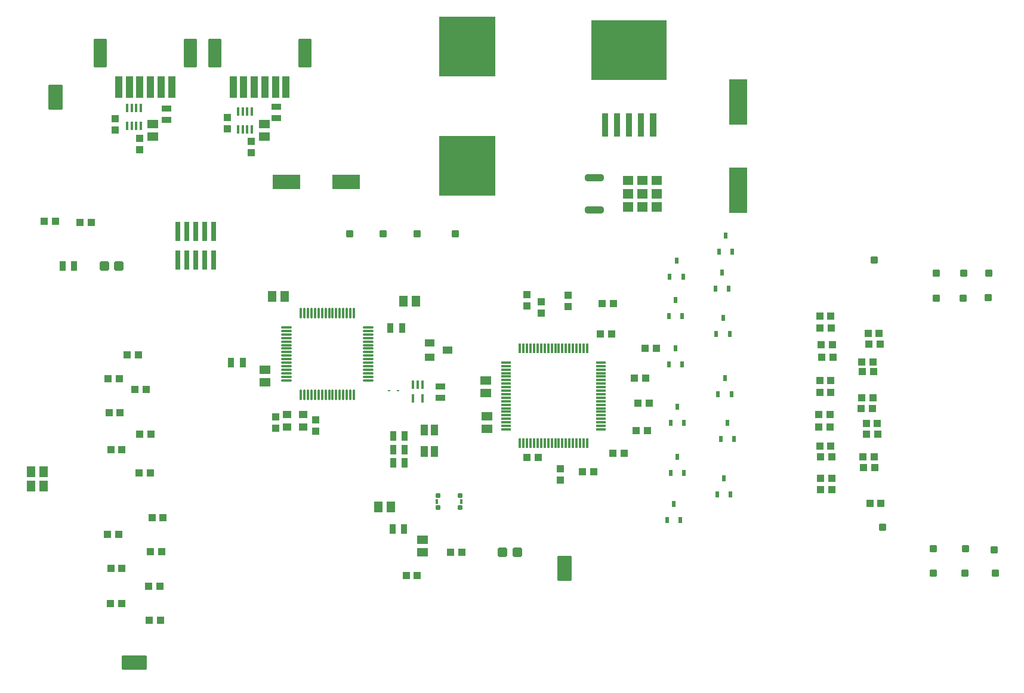
<source format=gbr>
G04*
G04 #@! TF.GenerationSoftware,Altium Limited,Altium Designer,22.4.2 (48)*
G04*
G04 Layer_Color=8421504*
%FSLAX25Y25*%
%MOIN*%
G70*
G04*
G04 #@! TF.SameCoordinates,D9C1796D-00DA-4533-86C4-8477C41658A7*
G04*
G04*
G04 #@! TF.FilePolarity,Positive*
G04*
G01*
G75*
%ADD22R,0.09843X0.25591*%
G04:AMPARAMS|DCode=23|XSize=103.94mil|YSize=37.4mil|CornerRadius=9.35mil|HoleSize=0mil|Usage=FLASHONLY|Rotation=0.000|XOffset=0mil|YOffset=0mil|HoleType=Round|Shape=RoundedRectangle|*
%AMROUNDEDRECTD23*
21,1,0.10394,0.01870,0,0,0.0*
21,1,0.08524,0.03740,0,0,0.0*
1,1,0.01870,0.04262,-0.00935*
1,1,0.01870,-0.04262,-0.00935*
1,1,0.01870,-0.04262,0.00935*
1,1,0.01870,0.04262,0.00935*
%
%ADD23ROUNDEDRECTD23*%
G04:AMPARAMS|DCode=24|XSize=74.8mil|YSize=157.48mil|CornerRadius=5.61mil|HoleSize=0mil|Usage=FLASHONLY|Rotation=0.000|XOffset=0mil|YOffset=0mil|HoleType=Round|Shape=RoundedRectangle|*
%AMROUNDEDRECTD24*
21,1,0.07480,0.14626,0,0,0.0*
21,1,0.06358,0.15748,0,0,0.0*
1,1,0.01122,0.03179,-0.07313*
1,1,0.01122,-0.03179,-0.07313*
1,1,0.01122,-0.03179,0.07313*
1,1,0.01122,0.03179,0.07313*
%
%ADD24ROUNDEDRECTD24*%
G04:AMPARAMS|DCode=25|XSize=39.37mil|YSize=122.05mil|CornerRadius=2.95mil|HoleSize=0mil|Usage=FLASHONLY|Rotation=0.000|XOffset=0mil|YOffset=0mil|HoleType=Round|Shape=RoundedRectangle|*
%AMROUNDEDRECTD25*
21,1,0.03937,0.11614,0,0,0.0*
21,1,0.03347,0.12205,0,0,0.0*
1,1,0.00591,0.01673,-0.05807*
1,1,0.00591,-0.01673,-0.05807*
1,1,0.00591,-0.01673,0.05807*
1,1,0.00591,0.01673,0.05807*
%
%ADD25ROUNDEDRECTD25*%
%ADD26R,0.01772X0.04724*%
G04:AMPARAMS|DCode=27|XSize=43.31mil|YSize=39.37mil|CornerRadius=2.95mil|HoleSize=0mil|Usage=FLASHONLY|Rotation=180.000|XOffset=0mil|YOffset=0mil|HoleType=Round|Shape=RoundedRectangle|*
%AMROUNDEDRECTD27*
21,1,0.04331,0.03347,0,0,180.0*
21,1,0.03740,0.03937,0,0,180.0*
1,1,0.00591,-0.01870,0.01673*
1,1,0.00591,0.01870,0.01673*
1,1,0.00591,0.01870,-0.01673*
1,1,0.00591,-0.01870,-0.01673*
%
%ADD27ROUNDEDRECTD27*%
G04:AMPARAMS|DCode=28|XSize=49.21mil|YSize=62.99mil|CornerRadius=4.92mil|HoleSize=0mil|Usage=FLASHONLY|Rotation=90.000|XOffset=0mil|YOffset=0mil|HoleType=Round|Shape=RoundedRectangle|*
%AMROUNDEDRECTD28*
21,1,0.04921,0.05315,0,0,90.0*
21,1,0.03937,0.06299,0,0,90.0*
1,1,0.00984,0.02657,0.01968*
1,1,0.00984,0.02657,-0.01968*
1,1,0.00984,-0.02657,-0.01968*
1,1,0.00984,-0.02657,0.01968*
%
%ADD28ROUNDEDRECTD28*%
G04:AMPARAMS|DCode=29|XSize=55.12mil|YSize=35.43mil|CornerRadius=2.66mil|HoleSize=0mil|Usage=FLASHONLY|Rotation=180.000|XOffset=0mil|YOffset=0mil|HoleType=Round|Shape=RoundedRectangle|*
%AMROUNDEDRECTD29*
21,1,0.05512,0.03012,0,0,180.0*
21,1,0.04980,0.03543,0,0,180.0*
1,1,0.00532,-0.02490,0.01506*
1,1,0.00532,0.02490,0.01506*
1,1,0.00532,0.02490,-0.01506*
1,1,0.00532,-0.02490,-0.01506*
%
%ADD29ROUNDEDRECTD29*%
%ADD30R,0.31496X0.33465*%
G04:AMPARAMS|DCode=31|XSize=43.31mil|YSize=39.37mil|CornerRadius=3.94mil|HoleSize=0mil|Usage=FLASHONLY|Rotation=90.000|XOffset=0mil|YOffset=0mil|HoleType=Round|Shape=RoundedRectangle|*
%AMROUNDEDRECTD31*
21,1,0.04331,0.03150,0,0,90.0*
21,1,0.03543,0.03937,0,0,90.0*
1,1,0.00787,0.01575,0.01772*
1,1,0.00787,0.01575,-0.01772*
1,1,0.00787,-0.01575,-0.01772*
1,1,0.00787,-0.01575,0.01772*
%
%ADD31ROUNDEDRECTD31*%
G04:AMPARAMS|DCode=32|XSize=51.18mil|YSize=51.18mil|CornerRadius=5.12mil|HoleSize=0mil|Usage=FLASHONLY|Rotation=0.000|XOffset=0mil|YOffset=0mil|HoleType=Round|Shape=RoundedRectangle|*
%AMROUNDEDRECTD32*
21,1,0.05118,0.04095,0,0,0.0*
21,1,0.04095,0.05118,0,0,0.0*
1,1,0.01024,0.02047,-0.02047*
1,1,0.01024,-0.02047,-0.02047*
1,1,0.01024,-0.02047,0.02047*
1,1,0.01024,0.02047,0.02047*
%
%ADD32ROUNDEDRECTD32*%
G04:AMPARAMS|DCode=33|XSize=55.12mil|YSize=35.43mil|CornerRadius=2.66mil|HoleSize=0mil|Usage=FLASHONLY|Rotation=90.000|XOffset=0mil|YOffset=0mil|HoleType=Round|Shape=RoundedRectangle|*
%AMROUNDEDRECTD33*
21,1,0.05512,0.03012,0,0,90.0*
21,1,0.04980,0.03543,0,0,90.0*
1,1,0.00532,0.01506,0.02490*
1,1,0.00532,0.01506,-0.02490*
1,1,0.00532,-0.01506,-0.02490*
1,1,0.00532,-0.01506,0.02490*
%
%ADD33ROUNDEDRECTD33*%
G04:AMPARAMS|DCode=34|XSize=43.31mil|YSize=39.37mil|CornerRadius=2.95mil|HoleSize=0mil|Usage=FLASHONLY|Rotation=90.000|XOffset=0mil|YOffset=0mil|HoleType=Round|Shape=RoundedRectangle|*
%AMROUNDEDRECTD34*
21,1,0.04331,0.03347,0,0,90.0*
21,1,0.03740,0.03937,0,0,90.0*
1,1,0.00591,0.01673,0.01870*
1,1,0.00591,0.01673,-0.01870*
1,1,0.00591,-0.01673,-0.01870*
1,1,0.00591,-0.01673,0.01870*
%
%ADD34ROUNDEDRECTD34*%
G04:AMPARAMS|DCode=35|XSize=141.73mil|YSize=78.74mil|CornerRadius=5.91mil|HoleSize=0mil|Usage=FLASHONLY|Rotation=90.000|XOffset=0mil|YOffset=0mil|HoleType=Round|Shape=RoundedRectangle|*
%AMROUNDEDRECTD35*
21,1,0.14173,0.06693,0,0,90.0*
21,1,0.12992,0.07874,0,0,90.0*
1,1,0.01181,0.03347,0.06496*
1,1,0.01181,0.03347,-0.06496*
1,1,0.01181,-0.03347,-0.06496*
1,1,0.01181,-0.03347,0.06496*
%
%ADD35ROUNDEDRECTD35*%
G04:AMPARAMS|DCode=36|XSize=141.73mil|YSize=78.74mil|CornerRadius=5.91mil|HoleSize=0mil|Usage=FLASHONLY|Rotation=180.000|XOffset=0mil|YOffset=0mil|HoleType=Round|Shape=RoundedRectangle|*
%AMROUNDEDRECTD36*
21,1,0.14173,0.06693,0,0,180.0*
21,1,0.12992,0.07874,0,0,180.0*
1,1,0.01181,-0.06496,0.03347*
1,1,0.01181,0.06496,0.03347*
1,1,0.01181,0.06496,-0.03347*
1,1,0.01181,-0.06496,-0.03347*
%
%ADD36ROUNDEDRECTD36*%
G04:AMPARAMS|DCode=37|XSize=49.21mil|YSize=62.99mil|CornerRadius=4.92mil|HoleSize=0mil|Usage=FLASHONLY|Rotation=180.000|XOffset=0mil|YOffset=0mil|HoleType=Round|Shape=RoundedRectangle|*
%AMROUNDEDRECTD37*
21,1,0.04921,0.05315,0,0,180.0*
21,1,0.03937,0.06299,0,0,180.0*
1,1,0.00984,-0.01968,0.02657*
1,1,0.00984,0.01968,0.02657*
1,1,0.00984,0.01968,-0.02657*
1,1,0.00984,-0.01968,-0.02657*
%
%ADD37ROUNDEDRECTD37*%
%ADD38R,0.15709X0.08346*%
G04:AMPARAMS|DCode=39|XSize=39.37mil|YSize=39.37mil|CornerRadius=3.94mil|HoleSize=0mil|Usage=FLASHONLY|Rotation=180.000|XOffset=0mil|YOffset=0mil|HoleType=Round|Shape=RoundedRectangle|*
%AMROUNDEDRECTD39*
21,1,0.03937,0.03150,0,0,180.0*
21,1,0.03150,0.03937,0,0,180.0*
1,1,0.00787,-0.01575,0.01575*
1,1,0.00787,0.01575,0.01575*
1,1,0.00787,0.01575,-0.01575*
1,1,0.00787,-0.01575,-0.01575*
%
%ADD39ROUNDEDRECTD39*%
G04:AMPARAMS|DCode=40|XSize=39.37mil|YSize=39.37mil|CornerRadius=3.94mil|HoleSize=0mil|Usage=FLASHONLY|Rotation=90.000|XOffset=0mil|YOffset=0mil|HoleType=Round|Shape=RoundedRectangle|*
%AMROUNDEDRECTD40*
21,1,0.03937,0.03150,0,0,90.0*
21,1,0.03150,0.03937,0,0,90.0*
1,1,0.00787,0.01575,0.01575*
1,1,0.00787,0.01575,-0.01575*
1,1,0.00787,-0.01575,-0.01575*
1,1,0.00787,-0.01575,0.01575*
%
%ADD40ROUNDEDRECTD40*%
%ADD41R,0.05512X0.03937*%
G04:AMPARAMS|DCode=42|XSize=43.31mil|YSize=39.37mil|CornerRadius=3.94mil|HoleSize=0mil|Usage=FLASHONLY|Rotation=180.000|XOffset=0mil|YOffset=0mil|HoleType=Round|Shape=RoundedRectangle|*
%AMROUNDEDRECTD42*
21,1,0.04331,0.03150,0,0,180.0*
21,1,0.03543,0.03937,0,0,180.0*
1,1,0.00787,-0.01772,0.01575*
1,1,0.00787,0.01772,0.01575*
1,1,0.00787,0.01772,-0.01575*
1,1,0.00787,-0.01772,-0.01575*
%
%ADD42ROUNDEDRECTD42*%
%ADD43O,0.06299X0.01181*%
%ADD44O,0.01181X0.06299*%
G04:AMPARAMS|DCode=45|XSize=46.85mil|YSize=15.75mil|CornerRadius=1.97mil|HoleSize=0mil|Usage=FLASHONLY|Rotation=270.000|XOffset=0mil|YOffset=0mil|HoleType=Round|Shape=RoundedRectangle|*
%AMROUNDEDRECTD45*
21,1,0.04685,0.01181,0,0,270.0*
21,1,0.04291,0.01575,0,0,270.0*
1,1,0.00394,-0.00591,-0.02146*
1,1,0.00394,-0.00591,0.02146*
1,1,0.00394,0.00591,0.02146*
1,1,0.00394,0.00591,-0.02146*
%
%ADD45ROUNDEDRECTD45*%
G04:AMPARAMS|DCode=46|XSize=25.59mil|YSize=23.62mil|CornerRadius=1.77mil|HoleSize=0mil|Usage=FLASHONLY|Rotation=180.000|XOffset=0mil|YOffset=0mil|HoleType=Round|Shape=RoundedRectangle|*
%AMROUNDEDRECTD46*
21,1,0.02559,0.02008,0,0,180.0*
21,1,0.02205,0.02362,0,0,180.0*
1,1,0.00354,-0.01102,0.01004*
1,1,0.00354,0.01102,0.01004*
1,1,0.00354,0.01102,-0.01004*
1,1,0.00354,-0.01102,-0.01004*
%
%ADD46ROUNDEDRECTD46*%
G04:AMPARAMS|DCode=47|XSize=13.78mil|YSize=27.56mil|CornerRadius=1.03mil|HoleSize=0mil|Usage=FLASHONLY|Rotation=180.000|XOffset=0mil|YOffset=0mil|HoleType=Round|Shape=RoundedRectangle|*
%AMROUNDEDRECTD47*
21,1,0.01378,0.02549,0,0,180.0*
21,1,0.01171,0.02756,0,0,180.0*
1,1,0.00207,-0.00586,0.01275*
1,1,0.00207,0.00586,0.01275*
1,1,0.00207,0.00586,-0.01275*
1,1,0.00207,-0.00586,-0.01275*
%
%ADD47ROUNDEDRECTD47*%
%ADD48R,0.02362X0.03543*%
%ADD49R,0.02900X0.11000*%
G04:AMPARAMS|DCode=50|XSize=14.17mil|YSize=9.84mil|CornerRadius=0.74mil|HoleSize=0mil|Usage=FLASHONLY|Rotation=0.000|XOffset=0mil|YOffset=0mil|HoleType=Round|Shape=RoundedRectangle|*
%AMROUNDEDRECTD50*
21,1,0.01417,0.00837,0,0,0.0*
21,1,0.01270,0.00984,0,0,0.0*
1,1,0.00148,0.00635,-0.00418*
1,1,0.00148,-0.00635,-0.00418*
1,1,0.00148,-0.00635,0.00418*
1,1,0.00148,0.00635,0.00418*
%
%ADD50ROUNDEDRECTD50*%
%ADD51R,0.01181X0.05807*%
%ADD52R,0.05807X0.01181*%
%ADD53R,0.05118X0.04331*%
%ADD54R,0.04331X0.05906*%
G36*
X471366Y459000D02*
X429634D01*
Y492465D01*
X471366D01*
Y459000D01*
D02*
G37*
G36*
X465658Y427504D02*
X462114D01*
Y440496D01*
X465658D01*
Y427504D01*
D02*
G37*
G36*
X458965D02*
X455421D01*
Y440496D01*
X458965D01*
Y427504D01*
D02*
G37*
G36*
X452272D02*
X448728D01*
Y440496D01*
X452272D01*
Y427504D01*
D02*
G37*
G36*
X445579D02*
X442035D01*
Y440496D01*
X445579D01*
Y427504D01*
D02*
G37*
G36*
X438886D02*
X435343D01*
Y440496D01*
X438886D01*
Y427504D01*
D02*
G37*
G36*
X468748Y400323D02*
X463000D01*
Y405480D01*
X468748D01*
Y400323D01*
D02*
G37*
G36*
X460756D02*
X455008D01*
Y405480D01*
X460756D01*
Y400323D01*
D02*
G37*
G36*
X452764D02*
X447016D01*
Y405480D01*
X452764D01*
Y400323D01*
D02*
G37*
G36*
X468748Y392921D02*
X463000D01*
Y398079D01*
X468748D01*
Y392921D01*
D02*
G37*
G36*
X460756D02*
X455008D01*
Y398079D01*
X460756D01*
Y392921D01*
D02*
G37*
G36*
X452764D02*
X447016D01*
Y398079D01*
X452764D01*
Y392921D01*
D02*
G37*
G36*
X468748Y385520D02*
X463000D01*
Y390677D01*
X468748D01*
Y385520D01*
D02*
G37*
G36*
X460756D02*
X455008D01*
Y390677D01*
X460756D01*
Y385520D01*
D02*
G37*
G36*
X452764D02*
X447016D01*
Y390677D01*
X452764D01*
Y385520D01*
D02*
G37*
D22*
X511500Y446606D02*
D03*
Y397394D02*
D03*
D23*
X431307Y404500D02*
D03*
Y386500D02*
D03*
D24*
X205531Y473975D02*
D03*
X155138D02*
D03*
X219043D02*
D03*
X269437D02*
D03*
D25*
X177283Y455000D02*
D03*
X195000D02*
D03*
X183189D02*
D03*
X189094D02*
D03*
X171378D02*
D03*
X165472D02*
D03*
X229378D02*
D03*
X235283D02*
D03*
X253000D02*
D03*
X247094D02*
D03*
X258905D02*
D03*
X241189D02*
D03*
D26*
X177839Y443421D02*
D03*
X175279D02*
D03*
X172721D02*
D03*
X170161D02*
D03*
Y433579D02*
D03*
X172721D02*
D03*
X175279D02*
D03*
X177839D02*
D03*
X239839Y431579D02*
D03*
X237280D02*
D03*
X234720D02*
D03*
X232161D02*
D03*
Y441421D02*
D03*
X234720D02*
D03*
X237280D02*
D03*
X239839D02*
D03*
D27*
X163500Y437500D02*
D03*
Y431201D02*
D03*
X177000Y426299D02*
D03*
Y420000D02*
D03*
X239500Y418500D02*
D03*
Y424799D02*
D03*
X226000Y431701D02*
D03*
Y438000D02*
D03*
D28*
X184500Y434524D02*
D03*
Y427476D02*
D03*
X246811D02*
D03*
Y434524D02*
D03*
X335000Y194976D02*
D03*
Y202024D02*
D03*
X371000Y263953D02*
D03*
Y271000D02*
D03*
X370500Y291024D02*
D03*
X247000Y297024D02*
D03*
X370500Y283976D02*
D03*
X247000Y289976D02*
D03*
D29*
X192000Y443248D02*
D03*
Y436752D02*
D03*
X253500Y437752D02*
D03*
Y444248D02*
D03*
X344990Y287796D02*
D03*
Y281300D02*
D03*
D30*
X360000Y411000D02*
D03*
Y477929D02*
D03*
D31*
X123850Y380000D02*
D03*
X130150D02*
D03*
X424350Y240000D02*
D03*
X430650D02*
D03*
X399650Y248000D02*
D03*
X465650Y309000D02*
D03*
X459350D02*
D03*
X435350Y334000D02*
D03*
X441650D02*
D03*
X434350Y317000D02*
D03*
X440650D02*
D03*
X447650Y250500D02*
D03*
X441350D02*
D03*
X460650Y263000D02*
D03*
X454350D02*
D03*
X461650Y278500D02*
D03*
X455350D02*
D03*
X453350Y292500D02*
D03*
X459650D02*
D03*
X393350Y248000D02*
D03*
D32*
X157366Y355000D02*
D03*
X165634D02*
D03*
X388134Y195000D02*
D03*
X379866D02*
D03*
D33*
X134000Y355000D02*
D03*
X140496D02*
D03*
X317252Y320500D02*
D03*
X323748D02*
D03*
X228252Y301000D02*
D03*
X324864Y208000D02*
D03*
X325248Y260000D02*
D03*
X318752D02*
D03*
X318752Y252500D02*
D03*
X325248D02*
D03*
X318368Y208000D02*
D03*
X318752Y245000D02*
D03*
X325248D02*
D03*
X234748Y301000D02*
D03*
D34*
X150000Y379500D02*
D03*
X143701D02*
D03*
X589299Y267000D02*
D03*
X583000D02*
D03*
X586799Y281500D02*
D03*
X580500D02*
D03*
X167299Y186000D02*
D03*
X161000D02*
D03*
X166299Y273000D02*
D03*
X160000D02*
D03*
X183500Y261000D02*
D03*
X177201D02*
D03*
X167000Y166500D02*
D03*
X160701D02*
D03*
X188500Y176000D02*
D03*
X182201D02*
D03*
X165500Y205000D02*
D03*
X159201D02*
D03*
X167299Y252500D02*
D03*
X161000D02*
D03*
X183000Y239500D02*
D03*
X176701D02*
D03*
X188799Y157000D02*
D03*
X182500D02*
D03*
X190299Y214500D02*
D03*
X184000D02*
D03*
X189500Y195500D02*
D03*
X183201D02*
D03*
X180799Y286000D02*
D03*
X174500D02*
D03*
X176500Y305500D02*
D03*
X170201D02*
D03*
X165799Y292000D02*
D03*
X159500D02*
D03*
X564000Y311000D02*
D03*
X557701D02*
D03*
X586500Y275500D02*
D03*
X580201D02*
D03*
X557500Y248500D02*
D03*
X563799D02*
D03*
X357000Y195000D02*
D03*
X350701D02*
D03*
X584500Y311500D02*
D03*
X590799D02*
D03*
X580500Y301500D02*
D03*
X586799D02*
D03*
X557000Y291000D02*
D03*
X563299D02*
D03*
X557000Y254500D02*
D03*
X563299D02*
D03*
X581299Y248500D02*
D03*
X587598D02*
D03*
X556500Y272000D02*
D03*
X562799D02*
D03*
X557500Y236500D02*
D03*
X563799D02*
D03*
X326000Y182000D02*
D03*
X581500Y242500D02*
D03*
X587799D02*
D03*
X587000Y296000D02*
D03*
X580701D02*
D03*
X564500Y304000D02*
D03*
X558201D02*
D03*
X590299Y317500D02*
D03*
X584000D02*
D03*
X563299Y284500D02*
D03*
X557000D02*
D03*
X563500Y320500D02*
D03*
X557201D02*
D03*
X562799Y265000D02*
D03*
X556500D02*
D03*
X563299Y327000D02*
D03*
X557000D02*
D03*
X563799Y230000D02*
D03*
X557500D02*
D03*
X332299Y182000D02*
D03*
X589500Y261000D02*
D03*
X583201D02*
D03*
X591299Y222500D02*
D03*
X585000D02*
D03*
D35*
X414500Y186000D02*
D03*
X130000Y449500D02*
D03*
D36*
X174000Y133500D02*
D03*
D37*
X123524Y232000D02*
D03*
X116476D02*
D03*
X123524Y240000D02*
D03*
X116476D02*
D03*
X258024Y338000D02*
D03*
X250976D02*
D03*
X331524Y335500D02*
D03*
X310500Y220476D02*
D03*
X324476Y335500D02*
D03*
X317547Y220476D02*
D03*
D38*
X292500Y402000D02*
D03*
X259114D02*
D03*
D39*
X622000Y337000D02*
D03*
X651500Y351000D02*
D03*
X622000D02*
D03*
X651000Y337500D02*
D03*
X592000Y209000D02*
D03*
X638000Y183500D02*
D03*
X637500Y351000D02*
D03*
X620500Y183500D02*
D03*
X655000D02*
D03*
X637000Y337000D02*
D03*
X620500Y197000D02*
D03*
X638500D02*
D03*
X654500Y196500D02*
D03*
D40*
X587500Y358500D02*
D03*
X353500Y373000D02*
D03*
X332000D02*
D03*
X313000D02*
D03*
X294500D02*
D03*
D41*
X349000Y308000D02*
D03*
X339000Y304000D02*
D03*
Y312000D02*
D03*
D42*
X412000Y241650D02*
D03*
Y235350D02*
D03*
X401500Y335150D02*
D03*
Y328850D02*
D03*
X416500Y338652D02*
D03*
Y332353D02*
D03*
X393500Y339150D02*
D03*
X253000Y270650D02*
D03*
X275500Y262850D02*
D03*
X393500Y332850D02*
D03*
X275500Y269150D02*
D03*
X253000Y264350D02*
D03*
D43*
X259165Y295173D02*
D03*
Y297142D02*
D03*
Y299110D02*
D03*
Y301079D02*
D03*
Y303047D02*
D03*
Y305016D02*
D03*
Y306984D02*
D03*
Y308953D02*
D03*
Y310921D02*
D03*
Y312890D02*
D03*
Y314858D02*
D03*
Y316827D02*
D03*
Y318795D02*
D03*
Y320764D02*
D03*
X304835Y316827D02*
D03*
Y314858D02*
D03*
Y312890D02*
D03*
Y310921D02*
D03*
Y308953D02*
D03*
Y306984D02*
D03*
Y305016D02*
D03*
Y303047D02*
D03*
Y301079D02*
D03*
Y299110D02*
D03*
Y297142D02*
D03*
Y291236D02*
D03*
X259165D02*
D03*
X304835Y295173D02*
D03*
Y320764D02*
D03*
X259165Y293205D02*
D03*
X304835D02*
D03*
Y318795D02*
D03*
D44*
X271173Y328835D02*
D03*
X273142D02*
D03*
X275110D02*
D03*
X277079D02*
D03*
X279047D02*
D03*
X281016D02*
D03*
X282984D02*
D03*
X284953D02*
D03*
X286921D02*
D03*
X288890D02*
D03*
X290858D02*
D03*
X292827D02*
D03*
X294795D02*
D03*
X296764D02*
D03*
Y283165D02*
D03*
X294795D02*
D03*
X292827D02*
D03*
X286921D02*
D03*
X284953D02*
D03*
X282984D02*
D03*
X281016D02*
D03*
X279047D02*
D03*
X277079D02*
D03*
X275110D02*
D03*
X273142D02*
D03*
X271173D02*
D03*
X269205D02*
D03*
X267236Y328835D02*
D03*
Y283165D02*
D03*
X290858D02*
D03*
X288890D02*
D03*
X269205Y328835D02*
D03*
D45*
X329941Y288780D02*
D03*
X335059D02*
D03*
X329941Y281220D02*
D03*
X335059D02*
D03*
X332500Y288780D02*
D03*
D46*
X343799Y220154D02*
D03*
Y226846D02*
D03*
X356201D02*
D03*
Y220154D02*
D03*
D47*
X343209Y223500D02*
D03*
X356791D02*
D03*
D48*
X504500Y372028D02*
D03*
X500760Y362972D02*
D03*
X508240D02*
D03*
X503000Y326028D02*
D03*
X506740Y316972D02*
D03*
X499260D02*
D03*
X477500Y276528D02*
D03*
X481240Y267472D02*
D03*
X473760D02*
D03*
X476500Y336028D02*
D03*
X480240Y326972D02*
D03*
X472760D02*
D03*
X476500Y309028D02*
D03*
X480240Y299972D02*
D03*
X472760D02*
D03*
X503500Y236528D02*
D03*
X507240Y227472D02*
D03*
X499760D02*
D03*
X502500Y351528D02*
D03*
X506240Y342472D02*
D03*
X498760D02*
D03*
X473260Y348972D02*
D03*
X480740D02*
D03*
X477000Y358028D02*
D03*
X500260Y283472D02*
D03*
X507740D02*
D03*
X504000Y292528D02*
D03*
X501760Y258472D02*
D03*
X509240D02*
D03*
X505500Y267528D02*
D03*
X471760Y212972D02*
D03*
X479240D02*
D03*
X475500Y222028D02*
D03*
X473760Y239472D02*
D03*
X481240D02*
D03*
X477500Y248528D02*
D03*
D49*
X218500Y358500D02*
D03*
X213500D02*
D03*
X208500D02*
D03*
X203500Y374500D02*
D03*
Y358500D02*
D03*
X198500Y374500D02*
D03*
Y358500D02*
D03*
X218500Y374500D02*
D03*
X213500D02*
D03*
X208500D02*
D03*
D50*
X316638Y285500D02*
D03*
X321362D02*
D03*
D51*
X393563Y309000D02*
D03*
X389626Y255945D02*
D03*
X391594D02*
D03*
X393563D02*
D03*
X395531D02*
D03*
X397500D02*
D03*
X399469D02*
D03*
X401437D02*
D03*
X403406D02*
D03*
X405374D02*
D03*
X407343D02*
D03*
X409311D02*
D03*
X411280D02*
D03*
X413248D02*
D03*
X415217D02*
D03*
X417185D02*
D03*
X419154D02*
D03*
X421122D02*
D03*
X423091D02*
D03*
X425059D02*
D03*
X427028D02*
D03*
Y309000D02*
D03*
X425059D02*
D03*
X423091D02*
D03*
X421122D02*
D03*
X419154D02*
D03*
X417185D02*
D03*
X415217D02*
D03*
X413248D02*
D03*
X411280D02*
D03*
X409311D02*
D03*
X407343D02*
D03*
X405374D02*
D03*
X403406D02*
D03*
X401437D02*
D03*
X399469D02*
D03*
X397500D02*
D03*
X395531D02*
D03*
X391594D02*
D03*
X389626D02*
D03*
D52*
X381799Y291331D02*
D03*
Y281488D02*
D03*
Y293299D02*
D03*
Y301173D02*
D03*
Y299205D02*
D03*
Y297236D02*
D03*
Y295268D02*
D03*
Y289362D02*
D03*
Y287394D02*
D03*
Y285425D02*
D03*
Y283457D02*
D03*
Y279520D02*
D03*
Y277551D02*
D03*
Y275583D02*
D03*
Y273614D02*
D03*
Y271646D02*
D03*
Y269677D02*
D03*
Y267709D02*
D03*
Y265740D02*
D03*
Y263772D02*
D03*
X434854D02*
D03*
Y265740D02*
D03*
Y267709D02*
D03*
Y269677D02*
D03*
Y271646D02*
D03*
Y273614D02*
D03*
Y275583D02*
D03*
Y277551D02*
D03*
Y279520D02*
D03*
Y281488D02*
D03*
Y283457D02*
D03*
Y285425D02*
D03*
Y287394D02*
D03*
Y289362D02*
D03*
Y291331D02*
D03*
Y293299D02*
D03*
Y295268D02*
D03*
Y297236D02*
D03*
Y299205D02*
D03*
Y301173D02*
D03*
D53*
X259472Y272043D02*
D03*
X268528Y264957D02*
D03*
X259472D02*
D03*
X268528Y272043D02*
D03*
D54*
X336047Y263406D02*
D03*
Y251594D02*
D03*
X341953Y263406D02*
D03*
Y251594D02*
D03*
M02*

</source>
